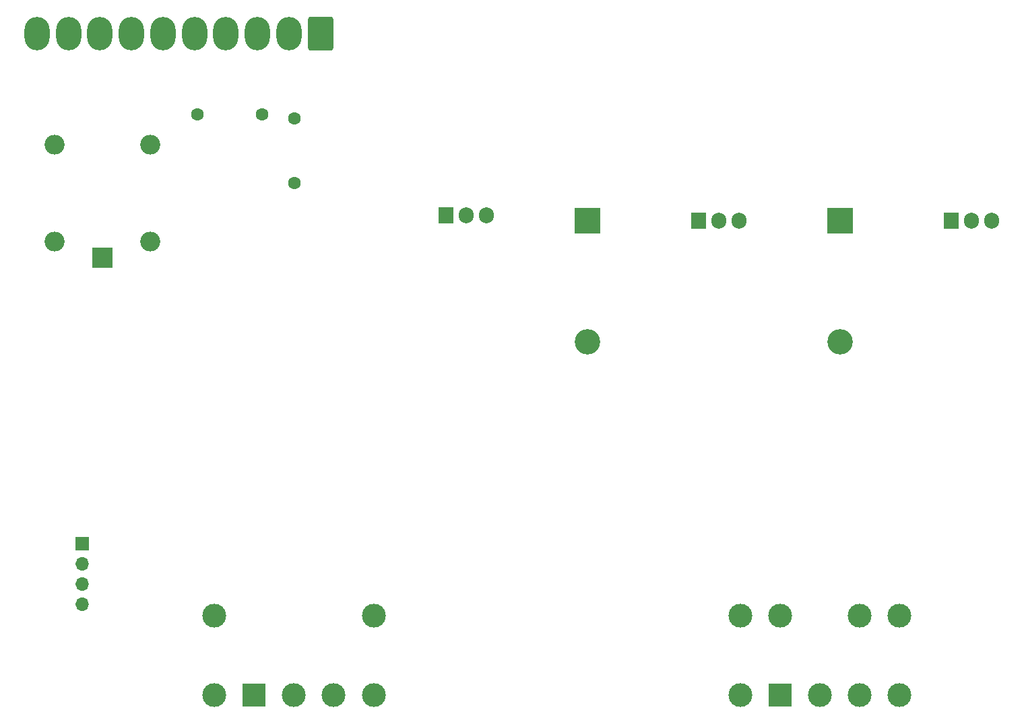
<source format=gbr>
%TF.GenerationSoftware,KiCad,Pcbnew,7.0.5*%
%TF.CreationDate,2023-12-08T14:16:09+03:00*%
%TF.ProjectId,wireFeeding,77697265-4665-4656-9469-6e672e6b6963,rev?*%
%TF.SameCoordinates,Original*%
%TF.FileFunction,Soldermask,Bot*%
%TF.FilePolarity,Negative*%
%FSLAX46Y46*%
G04 Gerber Fmt 4.6, Leading zero omitted, Abs format (unit mm)*
G04 Created by KiCad (PCBNEW 7.0.5) date 2023-12-08 14:16:09*
%MOMM*%
%LPD*%
G01*
G04 APERTURE LIST*
G04 Aperture macros list*
%AMRoundRect*
0 Rectangle with rounded corners*
0 $1 Rounding radius*
0 $2 $3 $4 $5 $6 $7 $8 $9 X,Y pos of 4 corners*
0 Add a 4 corners polygon primitive as box body*
4,1,4,$2,$3,$4,$5,$6,$7,$8,$9,$2,$3,0*
0 Add four circle primitives for the rounded corners*
1,1,$1+$1,$2,$3*
1,1,$1+$1,$4,$5*
1,1,$1+$1,$6,$7*
1,1,$1+$1,$8,$9*
0 Add four rect primitives between the rounded corners*
20,1,$1+$1,$2,$3,$4,$5,0*
20,1,$1+$1,$4,$5,$6,$7,0*
20,1,$1+$1,$6,$7,$8,$9,0*
20,1,$1+$1,$8,$9,$2,$3,0*%
G04 Aperture macros list end*
%ADD10R,1.700000X1.700000*%
%ADD11O,1.700000X1.700000*%
%ADD12RoundRect,0.250000X1.330000X1.850000X-1.330000X1.850000X-1.330000X-1.850000X1.330000X-1.850000X0*%
%ADD13O,3.160000X4.200000*%
%ADD14R,1.905000X2.000000*%
%ADD15O,1.905000X2.000000*%
%ADD16C,3.000000*%
%ADD17R,3.000000X3.000000*%
%ADD18C,1.600000*%
%ADD19R,3.200000X3.200000*%
%ADD20O,3.200000X3.200000*%
%ADD21R,2.500000X2.500000*%
%ADD22O,2.500000X2.500000*%
G04 APERTURE END LIST*
D10*
%TO.C,J2*%
X60960000Y-96520000D03*
D11*
X60960000Y-99060000D03*
X60960000Y-101600000D03*
X60960000Y-104140000D03*
%TD*%
D12*
%TO.C,J1*%
X90885000Y-32395000D03*
D13*
X86925000Y-32395000D03*
X82965000Y-32395000D03*
X79005000Y-32395000D03*
X75045000Y-32395000D03*
X71085000Y-32395000D03*
X67125000Y-32395000D03*
X63165000Y-32395000D03*
X59205000Y-32395000D03*
X55245000Y-32395000D03*
%TD*%
D14*
%TO.C,SCR2*%
X138430000Y-55880000D03*
D15*
X140970000Y-55880000D03*
X143510000Y-55880000D03*
%TD*%
D16*
%TO.C,RV1*%
X77550000Y-115580000D03*
X97550000Y-115580000D03*
X77550000Y-105580000D03*
X97550000Y-105580000D03*
D17*
X82550000Y-115580000D03*
D16*
X87550000Y-115580000D03*
X92550000Y-115580000D03*
%TD*%
D18*
%TO.C,C12*%
X87630000Y-43016000D03*
X87630000Y-51144000D03*
%TD*%
D19*
%TO.C,D2*%
X156210000Y-55880000D03*
D20*
X156210000Y-71120000D03*
%TD*%
D18*
%TO.C,C6*%
X75391000Y-42555000D03*
X83519000Y-42555000D03*
%TD*%
D19*
%TO.C,D1*%
X124460000Y-55880000D03*
D20*
X124460000Y-71120000D03*
%TD*%
D16*
%TO.C,RV2*%
X143670000Y-115580000D03*
X163670000Y-115580000D03*
X143670000Y-105580000D03*
X163670000Y-105580000D03*
D17*
X148670000Y-115580000D03*
D16*
X153670000Y-115580000D03*
X158670000Y-115580000D03*
X148670000Y-105580000D03*
X158670000Y-105580000D03*
%TD*%
D14*
%TO.C,SCR3*%
X170180000Y-55880000D03*
D15*
X172720000Y-55880000D03*
X175260000Y-55880000D03*
%TD*%
D21*
%TO.C,K1*%
X63500000Y-60565000D03*
D22*
X69500000Y-58565000D03*
X69500000Y-46365000D03*
X57500000Y-46365000D03*
X57500000Y-58565000D03*
%TD*%
D14*
%TO.C,SCR1*%
X106680000Y-55245000D03*
D15*
X109220000Y-55245000D03*
X111760000Y-55245000D03*
%TD*%
M02*

</source>
